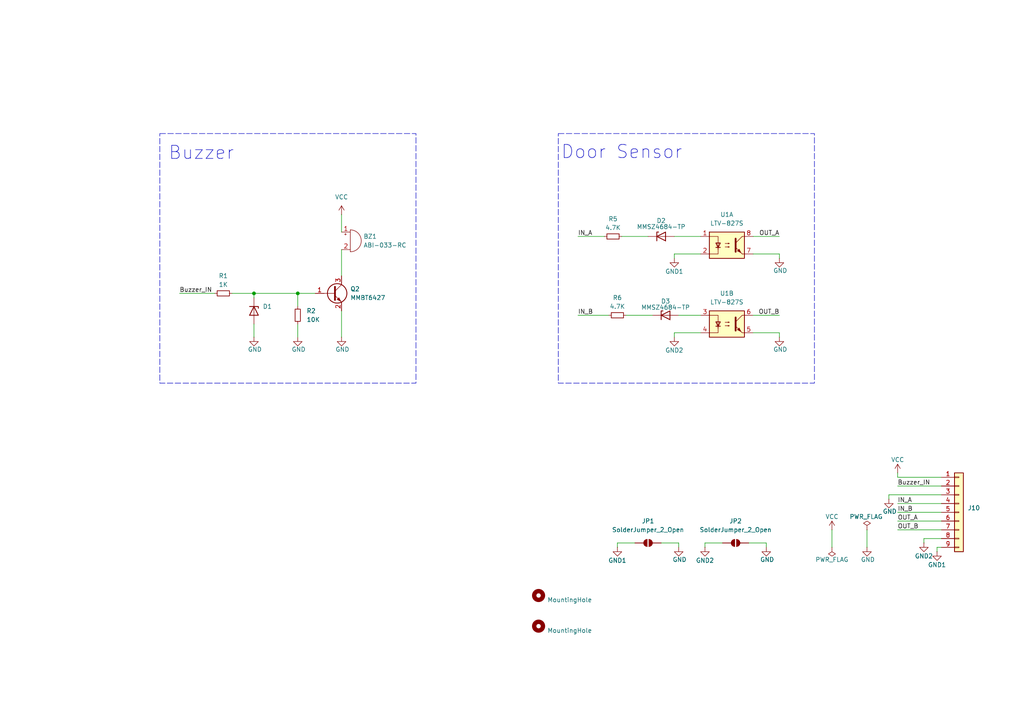
<source format=kicad_sch>
(kicad_sch (version 20250114) (generator "eeschema") (generator_version "9.0")
  (paper "A4")
  (lib_symbols
    (symbol "Connector_Generic:Conn_01x09" (pin_names (offset 1.016) (hide yes))
      (property "Reference" "J" (at 0 12.7 0))
      (property "Value" "Conn_01x09" (at 0 -12.7 0))
      (symbol "Conn_01x09_1_1"
        (rectangle (start -1.27 11.43) (end 1.27 -11.43) (stroke (width 0.254)) (fill (type background)))
        (rectangle (start -1.27 10.287) (end 0 10.033) (stroke (width 0.1524)))
        (rectangle (start -1.27 7.747) (end 0 7.493) (stroke (width 0.1524)))
        (rectangle (start -1.27 5.207) (end 0 4.953) (stroke (width 0.1524)))
        (rectangle (start -1.27 2.667) (end 0 2.413) (stroke (width 0.1524)))
        (rectangle (start -1.27 0.127) (end 0 -0.127) (stroke (width 0.1524)))
        (rectangle (start -1.27 -2.413) (end 0 -2.667) (stroke (width 0.1524)))
        (rectangle (start -1.27 -4.953) (end 0 -5.207) (stroke (width 0.1524)))
        (rectangle (start -1.27 -7.493) (end 0 -7.747) (stroke (width 0.1524)))
        (rectangle (start -1.27 -10.033) (end 0 -10.287) (stroke (width 0.1524)))
        (pin passive line (at -5.08 10.16 0) (length 3.81) (name "Pin_1") (number "1"))
        (pin passive line (at -5.08 7.62 0) (length 3.81) (name "Pin_2") (number "2"))
        (pin passive line (at -5.08 5.08 0) (length 3.81) (name "Pin_3") (number "3"))
        (pin passive line (at -5.08 2.54 0) (length 3.81) (name "Pin_4") (number "4"))
        (pin passive line (at -5.08 0 0) (length 3.81) (name "Pin_5") (number "5"))
        (pin passive line (at -5.08 -2.54 0) (length 3.81) (name "Pin_6") (number "6"))
        (pin passive line (at -5.08 -5.08 0) (length 3.81) (name "Pin_7") (number "7"))
        (pin passive line (at -5.08 -7.62 0) (length 3.81) (name "Pin_8") (number "8"))
        (pin passive line (at -5.08 -10.16 0) (length 3.81) (name "Pin_9") (number "9"))
      )
    )
    (symbol "Device:Buzzer" (pin_names (offset 0.0254) (hide yes))
      (property "Reference" "BZ" (at 3.81 1.27 0))
      (property "Value" "Buzzer" (at 3.81 -1.27 0))
      (symbol "Buzzer_0_1"
        (polyline (pts (xy -1.651 1.905) (xy -1.143 1.905)))
        (polyline (pts (xy -1.397 2.159) (xy -1.397 1.651)))
        (arc (start 0 3.175) (mid 3.1612 0) (end 0 -3.175))
        (polyline (pts (xy 0 3.175) (xy 0 -3.175)))
      )
      (symbol "Buzzer_1_1"
        (pin passive line (at -2.54 2.54 0) (length 2.54) (name "+") (number "1"))
        (pin passive line (at -2.54 -2.54 0) (length 2.54) (name "-") (number "2"))
      )
    )
    (symbol "Device:D_Zener" (pin_numbers (hide yes)) (pin_names (offset 1.016) (hide yes))
      (property "Reference" "D" (at 0 2.54 0))
      (property "Value" "D_Zener" (at 0 -2.54 0))
      (symbol "D_Zener_0_1"
        (polyline (pts (xy -1.27 -1.27) (xy -1.27 1.27) (xy -0.762 1.27)) (stroke (width 0.254)))
        (polyline (pts (xy 1.27 0) (xy -1.27 0)))
        (polyline (pts (xy 1.27 -1.27) (xy 1.27 1.27) (xy -1.27 0) (xy 1.27 -1.27)) (stroke (width 0.254)))
      )
      (symbol "D_Zener_1_1"
        (pin passive line (at -3.81 0 0) (length 2.54) (name "K") (number "1"))
        (pin passive line (at 3.81 0 180) (length 2.54) (name "A") (number "2"))
      )
    )
    (symbol "Device:R_Small" (pin_numbers (hide yes)) (pin_names (offset 0.254) (hide yes))
      (property "Reference" "R" (at 0.762 0.508 0))
      (property "Value" "R_Small" (at 0.762 -1.016 0))
      (symbol "R_Small_0_1"
        (rectangle (start -0.762 1.778) (end 0.762 -1.778) (stroke (width 0.2032)))
      )
      (symbol "R_Small_1_1"
        (pin passive line (at 0 2.54 270) (length 0.762) (name "~") (number "1"))
        (pin passive line (at 0 -2.54 90) (length 0.762) (name "~") (number "2"))
      )
    )
    (symbol "Isolator:LTV-827S" (pin_names (offset 1.016))
      (property "Reference" "U" (at -3.81 5.08 0))
      (property "Value" "LTV-827S" (at 0 -5.08 0))
      (symbol "LTV-827S_0_1"
        (rectangle (start -5.08 3.81) (end 5.08 -3.81) (stroke (width 0.254)) (fill (type background)))
        (polyline (pts (xy -5.08 2.54) (xy -2.54 2.54) (xy -2.54 -1.27) (xy -2.54 0.635)))
        (polyline (pts (xy -3.175 -0.635) (xy -1.905 -0.635)) (stroke (width 0.254)))
        (polyline (pts (xy -2.54 -0.635) (xy -2.54 -2.54) (xy -5.08 -2.54)))
        (polyline (pts (xy -2.54 -0.635) (xy -3.175 0.635) (xy -1.905 0.635) (xy -2.54 -0.635)) (stroke (width 0.254)))
        (polyline (pts (xy -0.508 0.508) (xy 0.762 0.508) (xy 0.381 0.381) (xy 0.381 0.635) (xy 0.762 0.508)))
        (polyline (pts (xy -0.508 -0.508) (xy 0.762 -0.508) (xy 0.381 -0.635) (xy 0.381 -0.381) (xy 0.762 -0.508)))
        (polyline (pts (xy 2.54 1.905) (xy 2.54 -1.905) (xy 2.54 -1.905)) (stroke (width 0.508)))
        (polyline (pts (xy 2.54 0.635) (xy 4.445 2.54)))
        (polyline (pts (xy 3.048 -1.651) (xy 3.556 -1.143) (xy 4.064 -2.159) (xy 3.048 -1.651) (xy 3.048 -1.651)) (fill (type outline)))
        (polyline (pts (xy 4.445 2.54) (xy 5.08 2.54)))
        (polyline (pts (xy 4.445 -2.54) (xy 2.54 -0.635)) (fill (type outline)))
        (polyline (pts (xy 4.445 -2.54) (xy 5.08 -2.54)))
      )
      (symbol "LTV-827S_1_1"
        (pin passive line (at -7.62 2.54 0) (length 2.54) (name "~") (number "1"))
        (pin passive line (at -7.62 -2.54 0) (length 2.54) (name "~") (number "2"))
        (pin passive line (at 7.62 2.54 180) (length 2.54) (name "~") (number "8"))
        (pin passive line (at 7.62 -2.54 180) (length 2.54) (name "~") (number "7"))
      )
      (symbol "LTV-827S_2_1"
        (pin passive line (at -7.62 2.54 0) (length 2.54) (name "~") (number "3"))
        (pin passive line (at -7.62 -2.54 0) (length 2.54) (name "~") (number "4"))
        (pin passive line (at 7.62 2.54 180) (length 2.54) (name "~") (number "6"))
        (pin passive line (at 7.62 -2.54 180) (length 2.54) (name "~") (number "5"))
      )
    )
    (symbol "Jumper:SolderJumper_2_Open" (pin_numbers (hide yes)) (pin_names (offset 0) (hide yes)) (exclude_from_sim yes) (in_bom no)
      (property "Reference" "JP" (at 0 2.032 0))
      (property "Value" "SolderJumper_2_Open" (at 0 -2.54 0))
      (symbol "SolderJumper_2_Open_0_1"
        (polyline (pts (xy -0.254 1.016) (xy -0.254 -1.016)))
        (arc (start -0.254 -1.016) (mid -1.2656 0) (end -0.254 1.016))
        (arc (start -0.254 -1.016) (mid -1.2656 0) (end -0.254 1.016) (fill (type outline)))
        (arc (start 0.254 1.016) (mid 1.2656 0) (end 0.254 -1.016))
        (arc (start 0.254 1.016) (mid 1.2656 0) (end 0.254 -1.016) (fill (type outline)))
        (polyline (pts (xy 0.254 1.016) (xy 0.254 -1.016)))
      )
      (symbol "SolderJumper_2_Open_1_1"
        (pin passive line (at -3.81 0 0) (length 2.54) (name "A") (number "1"))
        (pin passive line (at 3.81 0 180) (length 2.54) (name "B") (number "2"))
      )
    )
    (symbol "Mechanical:MountingHole" (pin_names (offset 1.016)) (exclude_from_sim yes) (in_bom no)
      (property "Reference" "H" (at 0 5.08 0))
      (property "Value" "MountingHole" (at 0 3.175 0))
      (symbol "MountingHole_0_1"
        (circle (center 0 0) (radius 1.27) (stroke (width 1.27)))
      )
    )
    (symbol "MountingHole_1" (pin_names (offset 1.016)) (exclude_from_sim yes) (in_bom no)
      (property "Reference" "H" (at 0 5.08 0))
      (property "Value" "MountingHole" (at 0 3.175 0))
      (symbol "MountingHole_1_0_1"
        (circle (center 0 0) (radius 1.27) (stroke (width 1.27)))
      )
    )
    (symbol "Transistor_BJT:MMBT2222A" (pin_names (offset 0) (hide yes))
      (property "Reference" "Q" (at 5.08 1.905 0))
      (property "Value" "MMBT2222A" (at 5.08 0 0))
      (symbol "MMBT2222A_0_1"
        (polyline (pts (xy -2.54 0) (xy 0.635 0)))
        (polyline (pts (xy 0.635 1.905) (xy 0.635 -1.905)) (stroke (width 0.508)))
        (circle (center 1.27 0) (radius 2.8194) (stroke (width 0.254)))
      )
      (symbol "MMBT2222A_1_1"
        (polyline (pts (xy 0.635 0.635) (xy 2.54 2.54)))
        (polyline (pts (xy 0.635 -0.635) (xy 2.54 -2.54)))
        (polyline (pts (xy 1.27 -1.778) (xy 1.778 -1.27) (xy 2.286 -2.286) (xy 1.27 -1.778)) (fill (type outline)))
        (pin input line (at -5.08 0 0) (length 2.54) (name "B") (number "1"))
        (pin passive line (at 2.54 5.08 270) (length 2.54) (name "C") (number "3"))
        (pin passive line (at 2.54 -5.08 90) (length 2.54) (name "E") (number "2"))
      )
    )
    (symbol "power:GND" (power) (pin_numbers (hide yes)) (pin_names (offset 0) (hide yes))
      (property "Value" "GND" (at 0 -3.81 0))
      (symbol "GND_0_1"
        (polyline (pts (xy 0 0) (xy 0 -1.27) (xy 1.27 -1.27) (xy 0 -2.54) (xy -1.27 -1.27) (xy 0 -1.27)))
      )
      (symbol "GND_1_1"
        (pin power_in line (at 0 0 270) (length 0) (name "~") (number "1"))
      )
    )
    (symbol "power:GND1" (power) (pin_numbers (hide yes)) (pin_names (offset 0) (hide yes))
      (property "Value" "GND1" (at 0 -3.81 0))
      (symbol "GND1_0_1"
        (polyline (pts (xy 0 0) (xy 0 -1.27) (xy 1.27 -1.27) (xy 0 -2.54) (xy -1.27 -1.27) (xy 0 -1.27)))
      )
      (symbol "GND1_1_1"
        (pin power_in line (at 0 0 270) (length 0) (name "~") (number "1"))
      )
    )
    (symbol "power:PWR_FLAG" (power) (pin_numbers (hide yes)) (pin_names (offset 0) (hide yes))
      (property "Value" "PWR_FLAG" (at 0 3.81 0))
      (symbol "PWR_FLAG_0_0"
        (pin power_out line (at 0 0 90) (length 0) (name "~") (number "1"))
      )
      (symbol "PWR_FLAG_0_1"
        (polyline (pts (xy 0 0) (xy 0 1.27) (xy -1.016 1.905) (xy 0 2.54) (xy 1.016 1.905) (xy 0 1.27)))
      )
    )
    (symbol "power:VCC" (power) (pin_numbers (hide yes)) (pin_names (offset 0) (hide yes))
      (property "Value" "VCC" (at 0 3.556 0))
      (symbol "VCC_0_1"
        (polyline (pts (xy -0.762 1.27) (xy 0 2.54)))
        (polyline (pts (xy 0 2.54) (xy 0.762 1.27)))
        (polyline (pts (xy 0 0) (xy 0 2.54)))
      )
      (symbol "VCC_1_1"
        (pin power_in line (at 0 0 90) (length 0) (name "~") (number "1"))
      )
    )
  )
  (rectangle (start 161.925 38.735) (end 236.22 111.125) (stroke (width 0) (type dash)))
  (rectangle (start 46.355 38.735) (end 120.65 111.125) (stroke (width 0) (type dash)))
  (text "Door Sensor\n" (at 180.34 44.196 0) (effects (font (size 3.81 3.81))))
  (text "Buzzer" (at 58.42 44.45 0) (effects (font (size 3.81 3.81))))
  (junction (at 86.36 85.09))
  (junction (at 73.66 85.09))
  (wire (pts (xy 73.66 85.09) (xy 86.36 85.09)))
  (wire (pts (xy 267.97 156.21) (xy 267.97 157.48)))
  (wire (pts (xy 99.06 62.23) (xy 99.06 67.31)))
  (wire (pts (xy 195.58 68.58) (xy 203.2 68.58)))
  (wire (pts (xy 99.06 90.17) (xy 99.06 97.79)))
  (wire (pts (xy 195.58 97.79) (xy 195.58 96.52)))
  (wire (pts (xy 179.07 157.48) (xy 184.15 157.48)))
  (wire (pts (xy 257.81 143.51) (xy 273.05 143.51)))
  (wire (pts (xy 260.35 146.05) (xy 273.05 146.05)))
  (wire (pts (xy 217.17 157.48) (xy 222.25 157.48)))
  (wire (pts (xy 180.34 68.58) (xy 187.96 68.58)))
  (wire (pts (xy 167.64 91.44) (xy 176.53 91.44)))
  (wire (pts (xy 196.85 157.48) (xy 196.85 158.75)))
  (wire (pts (xy 73.66 93.98) (xy 73.66 97.79)))
  (wire (pts (xy 218.44 68.58) (xy 226.06 68.58)))
  (wire (pts (xy 260.35 140.97) (xy 273.05 140.97)))
  (wire (pts (xy 167.64 68.58) (xy 175.26 68.58)))
  (wire (pts (xy 99.06 72.39) (xy 99.06 80.01)))
  (wire (pts (xy 218.44 91.44) (xy 226.06 91.44)))
  (wire (pts (xy 226.06 96.52) (xy 218.44 96.52)))
  (wire (pts (xy 204.47 157.48) (xy 209.55 157.48)))
  (wire (pts (xy 241.3 153.67) (xy 241.3 158.75)))
  (wire (pts (xy 196.85 91.44) (xy 203.2 91.44)))
  (wire (pts (xy 195.58 74.93) (xy 195.58 73.66)))
  (wire (pts (xy 226.06 73.66) (xy 218.44 73.66)))
  (wire (pts (xy 67.31 85.09) (xy 73.66 85.09)))
  (wire (pts (xy 86.36 93.98) (xy 86.36 97.79)))
  (wire (pts (xy 195.58 96.52) (xy 203.2 96.52)))
  (wire (pts (xy 179.07 157.48) (xy 179.07 158.75)))
  (wire (pts (xy 267.97 156.21) (xy 273.05 156.21)))
  (wire (pts (xy 257.81 143.51) (xy 257.81 144.78)))
  (wire (pts (xy 86.36 85.09) (xy 86.36 88.9)))
  (wire (pts (xy 226.06 97.79) (xy 226.06 96.52)))
  (wire (pts (xy 260.35 148.59) (xy 273.05 148.59)))
  (wire (pts (xy 226.06 74.93) (xy 226.06 73.66)))
  (wire (pts (xy 86.36 85.09) (xy 91.44 85.09)))
  (wire (pts (xy 204.47 157.48) (xy 204.47 158.75)))
  (wire (pts (xy 271.78 158.75) (xy 271.78 160.02)))
  (wire (pts (xy 181.61 91.44) (xy 189.23 91.44)))
  (wire (pts (xy 260.35 137.16) (xy 260.35 138.43)))
  (wire (pts (xy 222.25 157.48) (xy 222.25 158.75)))
  (wire (pts (xy 271.78 158.75) (xy 273.05 158.75)))
  (wire (pts (xy 260.35 153.67) (xy 273.05 153.67)))
  (wire (pts (xy 191.77 157.48) (xy 196.85 157.48)))
  (wire (pts (xy 73.66 85.09) (xy 73.66 86.36)))
  (wire (pts (xy 52.07 85.09) (xy 62.23 85.09)))
  (wire (pts (xy 195.58 73.66) (xy 203.2 73.66)))
  (wire (pts (xy 260.35 138.43) (xy 273.05 138.43)))
  (wire (pts (xy 260.35 151.13) (xy 273.05 151.13)))
  (wire (pts (xy 251.46 153.67) (xy 251.46 158.75)))
  (label "OUT_A" (at 226.06 68.58 180))
  (label "Buzzer_IN" (at 52.07 85.09 0))
  (label "IN_A" (at 260.35 146.05 0))
  (label "OUT_A" (at 260.35 151.13 0))
  (label "IN_A" (at 167.64 68.58 0))
  (label "OUT_B" (at 260.35 153.67 0))
  (label "Buzzer_IN" (at 260.35 140.97 0))
  (label "OUT_B" (at 226.06 91.44 180))
  (label "IN_B" (at 260.35 148.59 0))
  (label "IN_B" (at 167.64 91.44 0))
  (symbol (lib_id "power:GND") (at 226.06 74.93 0) (unit 1)
    (property "Reference" "#PWR016" (effects (hide yes)))
    (property "Value" "GND" (at 226.314 78.486 0))
    (property "Description" "Power symbol creates a global label with name \"GND\" , ground" (effects (hide yes)))
  )
  (symbol (lib_id "Device:Buzzer") (at 101.6 69.85 0) (unit 1)
    (property "Reference" "BZ1" (at 105.41 68.5799 0) (effects (justify left)))
    (property "Value" "ABI-033-RC" (at 105.41 71.1199 0) (effects (justify left)))
    (property "Footprint" "My_Footprints:ABI-033-RC" (effects (hide yes)))
    (property "Description" "Buzzer, polarized" (effects (hide yes)))
  )
  (symbol (lib_id "power:VCC") (at 241.3 153.67 0) (unit 1)
    (property "Reference" "#PWR06" (effects (hide yes)))
    (property "Value" "VCC" (at 241.3 149.86 0))
    (property "Description" "Power symbol creates a global label with name \"VCC\"" (effects (hide yes)))
  )
  (symbol (lib_id "Device:R_Small") (at 64.77 85.09 90) (unit 1)
    (property "Reference" "R1" (at 64.77 80.01 90))
    (property "Value" "1K" (at 64.77 82.55 90))
    (property "Footprint" "Resistor_SMD:R_0805_2012Metric" (effects (hide yes)))
    (property "Description" "Resistor, small symbol" (effects (hide yes)))
  )
  (symbol (lib_id "Transistor_BJT:MMBT2222A") (at 96.52 85.09 0) (unit 1)
    (property "Reference" "Q2" (at 101.6 83.8199 0) (effects (justify left)))
    (property "Value" "MMBT6427" (at 101.6 86.3599 0) (effects (justify left)))
    (property "Footprint" "Package_TO_SOT_SMD:SOT-23" (effects (hide yes)))
    (property "Datasheet" "https://assets.nexperia.com/documents/data-sheet/MMBT2222A.pdf" (effects (hide yes)))
    (property "Description" "600mA Ic, 40V Vce, NPN Transistor, SOT-23" (effects (hide yes)))
  )
  (symbol (lib_id "Device:D_Zener") (at 191.77 68.58 0) (unit 1)
    (property "Reference" "D2" (at 191.77 64.008 0))
    (property "Value" "MMSZ4684-TP" (at 191.77 65.786 0))
    (property "Footprint" "Diode_SMD:D_SOD-123" (effects (hide yes)))
    (property "Description" "Zener diode" (effects (hide yes)))
  )
  (symbol (lib_id "power:GND1") (at 267.97 157.48 0) (unit 1)
    (property "Reference" "#PWR022" (effects (hide yes)))
    (property "Value" "GND2" (at 267.97 161.29 0))
    (property "Description" "Power symbol creates a global label with name \"GND1\" , ground" (effects (hide yes)))
  )
  (symbol (lib_id "power:GND") (at 226.06 97.79 0) (unit 1)
    (property "Reference" "#PWR018" (effects (hide yes)))
    (property "Value" "GND" (at 226.314 101.346 0))
    (property "Description" "Power symbol creates a global label with name \"GND\" , ground" (effects (hide yes)))
  )
  (symbol (lib_id "power:VCC") (at 260.35 137.16 0) (unit 1)
    (property "Reference" "#PWR019" (effects (hide yes)))
    (property "Value" "VCC" (at 260.35 133.35 0))
    (property "Description" "Power symbol creates a global label with name \"VCC\"" (effects (hide yes)))
  )
  (symbol (lib_id "power:GND") (at 251.46 158.75 0) (unit 1)
    (property "Reference" "#PWR05" (effects (hide yes)))
    (property "Value" "GND" (at 251.714 162.306 0))
    (property "Description" "Power symbol creates a global label with name \"GND\" , ground" (effects (hide yes)))
  )
  (symbol (lib_id "Device:R_Small") (at 179.07 91.44 270) (unit 1)
    (property "Reference" "R6" (at 179.07 86.36 90))
    (property "Value" "4.7K" (at 179.07 88.9 90))
    (property "Footprint" "Resistor_SMD:R_0805_2012Metric" (effects (hide yes)))
    (property "Description" "Resistor, small symbol" (effects (hide yes)))
  )
  (symbol (lib_name "MountingHole_1") (lib_id "Mechanical:MountingHole") (at 156.21 172.72 0) (unit 1) (exclude_from_sim yes) (in_bom no)
    (property "Reference" "H1" (effects (hide yes)))
    (property "Value" "MountingHole" (at 158.75 173.9899 0) (effects (justify left)))
    (property "Footprint" "MountingHole:MountingHole_3.2mm_M3" (effects (hide yes)))
    (property "Description" "Mounting Hole without connection" (effects (hide yes)))
  )
  (symbol (lib_id "power:GND1") (at 271.78 160.02 0) (unit 1)
    (property "Reference" "#PWR021" (effects (hide yes)))
    (property "Value" "GND1" (at 271.78 163.83 0))
    (property "Description" "Power symbol creates a global label with name \"GND1\" , ground" (effects (hide yes)))
  )
  (symbol (lib_id "Connector_Generic:Conn_01x09") (at 278.13 148.59 0) (unit 1)
    (property "Reference" "J10" (at 280.67 147.3199 0) (effects (justify left)))
    (property "Value" "Conn_01x09" (effects (hide yes)))
    (property "Footprint" "Connector_JST:JST_ZH_B9B-ZR_1x09_P1.50mm_Vertical" (effects (hide yes)))
    (property "Description" "Generic connector, single row, 01x09, script generated (kicad-library-utils/schlib/autogen/connector/)" (effects (hide yes)))
  )
  (symbol (lib_id "Device:R_Small") (at 177.8 68.58 270) (unit 1)
    (property "Reference" "R5" (at 177.8 63.5 90))
    (property "Value" "4.7K" (at 177.8 66.04 90))
    (property "Footprint" "Resistor_SMD:R_0805_2012Metric" (effects (hide yes)))
    (property "Description" "Resistor, small symbol" (effects (hide yes)))
  )
  (symbol (lib_id "power:GND") (at 73.66 97.79 0) (unit 1)
    (property "Reference" "#PWR01" (effects (hide yes)))
    (property "Value" "GND" (at 73.914 101.346 0))
    (property "Description" "Power symbol creates a global label with name \"GND\" , ground" (effects (hide yes)))
  )
  (symbol (lib_id "Jumper:SolderJumper_2_Open") (at 187.96 157.48 0) (unit 1) (exclude_from_sim yes) (in_bom no)
    (property "Reference" "JP1" (at 187.96 151.13 0))
    (property "Value" "SolderJumper_2_Open" (at 187.96 153.67 0))
    (property "Footprint" "Jumper:SolderJumper-2_P1.3mm_Open_RoundedPad1.0x1.5mm" (effects (hide yes)))
    (property "Description" "Solder Jumper, 2-pole, open" (effects (hide yes)))
  )
  (symbol (lib_id "power:PWR_FLAG") (at 241.3 158.75 180) (unit 1)
    (property "Reference" "#FLG02" (effects (hide yes)))
    (property "Value" "PWR_FLAG" (at 241.3 162.306 0))
    (property "Description" "Special symbol for telling ERC where power comes from" (effects (hide yes)))
  )
  (symbol (lib_id "Jumper:SolderJumper_2_Open") (at 213.36 157.48 0) (unit 1) (exclude_from_sim yes) (in_bom no)
    (property "Reference" "JP2" (at 213.36 151.13 0))
    (property "Value" "SolderJumper_2_Open" (at 213.36 153.67 0))
    (property "Footprint" "Jumper:SolderJumper-2_P1.3mm_Open_RoundedPad1.0x1.5mm" (effects (hide yes)))
    (property "Description" "Solder Jumper, 2-pole, open" (effects (hide yes)))
  )
  (symbol (lib_id "power:GND1") (at 195.58 97.79 0) (unit 1)
    (property "Reference" "#PWR017" (effects (hide yes)))
    (property "Value" "GND2" (at 195.58 101.6 0))
    (property "Description" "Power symbol creates a global label with name \"GND1\" , ground" (effects (hide yes)))
  )
  (symbol (lib_id "power:GND") (at 257.81 144.78 0) (unit 1)
    (property "Reference" "#PWR020" (effects (hide yes)))
    (property "Value" "GND" (at 258.064 148.336 0))
    (property "Description" "Power symbol creates a global label with name \"GND\" , ground" (effects (hide yes)))
  )
  (symbol (lib_id "power:GND1") (at 195.58 74.93 0) (unit 1)
    (property "Reference" "#PWR014" (effects (hide yes)))
    (property "Value" "GND1" (at 195.58 78.74 0))
    (property "Description" "Power symbol creates a global label with name \"GND1\" , ground" (effects (hide yes)))
  )
  (symbol (lib_id "power:GND1") (at 204.47 158.75 0) (unit 1)
    (property "Reference" "#PWR011" (effects (hide yes)))
    (property "Value" "GND2" (at 204.47 162.56 0))
    (property "Description" "Power symbol creates a global label with name \"GND1\" , ground" (effects (hide yes)))
  )
  (symbol (lib_id "power:PWR_FLAG") (at 251.46 153.67 0) (unit 1)
    (property "Reference" "#FLG01" (effects (hide yes)))
    (property "Value" "PWR_FLAG" (at 251.206 149.86 0))
    (property "Description" "Special symbol for telling ERC where power comes from" (effects (hide yes)))
  )
  (symbol (lib_id "Mechanical:MountingHole") (at 156.21 181.61 0) (unit 1) (exclude_from_sim yes) (in_bom no)
    (property "Reference" "H2" (effects (hide yes)))
    (property "Value" "MountingHole" (at 158.75 182.8799 0) (effects (justify left)))
    (property "Footprint" "MountingHole:MountingHole_3.2mm_M3" (effects (hide yes)))
    (property "Description" "Mounting Hole without connection" (effects (hide yes)))
  )
  (symbol (lib_id "Device:D_Zener") (at 193.04 91.44 0) (unit 1)
    (property "Reference" "D3" (at 193.04 87.376 0))
    (property "Value" "MMSZ4684-TP" (at 193.04 89.154 0))
    (property "Footprint" "Diode_SMD:D_SOD-123" (effects (hide yes)))
    (property "Description" "Zener diode" (effects (hide yes)))
  )
  (symbol (lib_id "Device:R_Small") (at 86.36 91.44 180) (unit 1)
    (property "Reference" "R2" (at 88.9 90.1699 0) (effects (justify right)))
    (property "Value" "10K" (at 88.9 92.7099 0) (effects (justify right)))
    (property "Footprint" "Resistor_SMD:R_0805_2012Metric" (effects (hide yes)))
    (property "Description" "Resistor, small symbol" (effects (hide yes)))
  )
  (symbol (lib_id "Isolator:LTV-827S") (at 210.82 93.98 0) (unit 2)
    (property "Reference" "U1" (at 210.82 85.09 0))
    (property "Value" "LTV-827S" (at 210.82 87.63 0))
    (property "Footprint" "Package_DIP:SMDIP-8_W9.53mm" (effects (hide yes)))
    (property "Datasheet" "http://www.us.liteon.com/downloads/LTV-817-827-847.PDF" (effects (hide yes)))
    (property "Description" "DC Optocoupler, Vce 35V, CTR 50%, SMDIP-8" (effects (hide yes)))
  )
  (symbol (lib_id "power:GND1") (at 179.07 158.75 0) (unit 1)
    (property "Reference" "#PWR09" (effects (hide yes)))
    (property "Value" "GND1" (at 179.07 162.56 0))
    (property "Description" "Power symbol creates a global label with name \"GND1\" , ground" (effects (hide yes)))
  )
  (symbol (lib_id "power:VCC") (at 99.06 62.23 0) (unit 1)
    (property "Reference" "#PWR04" (effects (hide yes)))
    (property "Value" "VCC" (at 99.06 57.15 0))
    (property "Description" "Power symbol creates a global label with name \"VCC\"" (effects (hide yes)))
  )
  (symbol (lib_id "Isolator:LTV-827S") (at 210.82 71.12 0) (unit 1)
    (property "Reference" "U1" (at 210.82 62.23 0))
    (property "Value" "LTV-827S" (at 210.82 64.77 0))
    (property "Footprint" "Package_DIP:SMDIP-8_W9.53mm" (effects (hide yes)))
    (property "Datasheet" "http://www.us.liteon.com/downloads/LTV-817-827-847.PDF" (effects (hide yes)))
    (property "Description" "DC Optocoupler, Vce 35V, CTR 50%, SMDIP-8" (effects (hide yes)))
  )
  (symbol (lib_id "power:GND") (at 86.36 97.79 0) (unit 1)
    (property "Reference" "#PWR02" (effects (hide yes)))
    (property "Value" "GND" (at 86.614 101.346 0))
    (property "Description" "Power symbol creates a global label with name \"GND\" , ground" (effects (hide yes)))
  )
  (symbol (lib_id "Device:D_Zener") (at 73.66 90.17 270) (unit 1)
    (property "Reference" "D1" (at 76.2 88.8999 90) (effects (justify left)))
    (property "Value" "MMSZ4684-TP" (effects (hide yes)))
    (property "Footprint" "Diode_SMD:D_SOD-123" (effects (hide yes)))
    (property "Description" "Zener diode" (effects (hide yes)))
  )
  (symbol (lib_id "power:GND") (at 222.25 158.75 0) (unit 1)
    (property "Reference" "#PWR08" (effects (hide yes)))
    (property "Value" "GND" (at 222.504 162.306 0))
    (property "Description" "Power symbol creates a global label with name \"GND\" , ground" (effects (hide yes)))
  )
  (symbol (lib_id "power:GND") (at 196.85 158.75 0) (unit 1)
    (property "Reference" "#PWR010" (effects (hide yes)))
    (property "Value" "GND" (at 197.104 162.306 0))
    (property "Description" "Power symbol creates a global label with name \"GND\" , ground" (effects (hide yes)))
  )
  (symbol (lib_id "power:GND") (at 99.06 97.79 0) (unit 1)
    (property "Reference" "#PWR03" (effects (hide yes)))
    (property "Value" "GND" (at 99.314 101.346 0))
    (property "Description" "Power symbol creates a global label with name \"GND\" , ground" (effects (hide yes)))
  )
)
</source>
